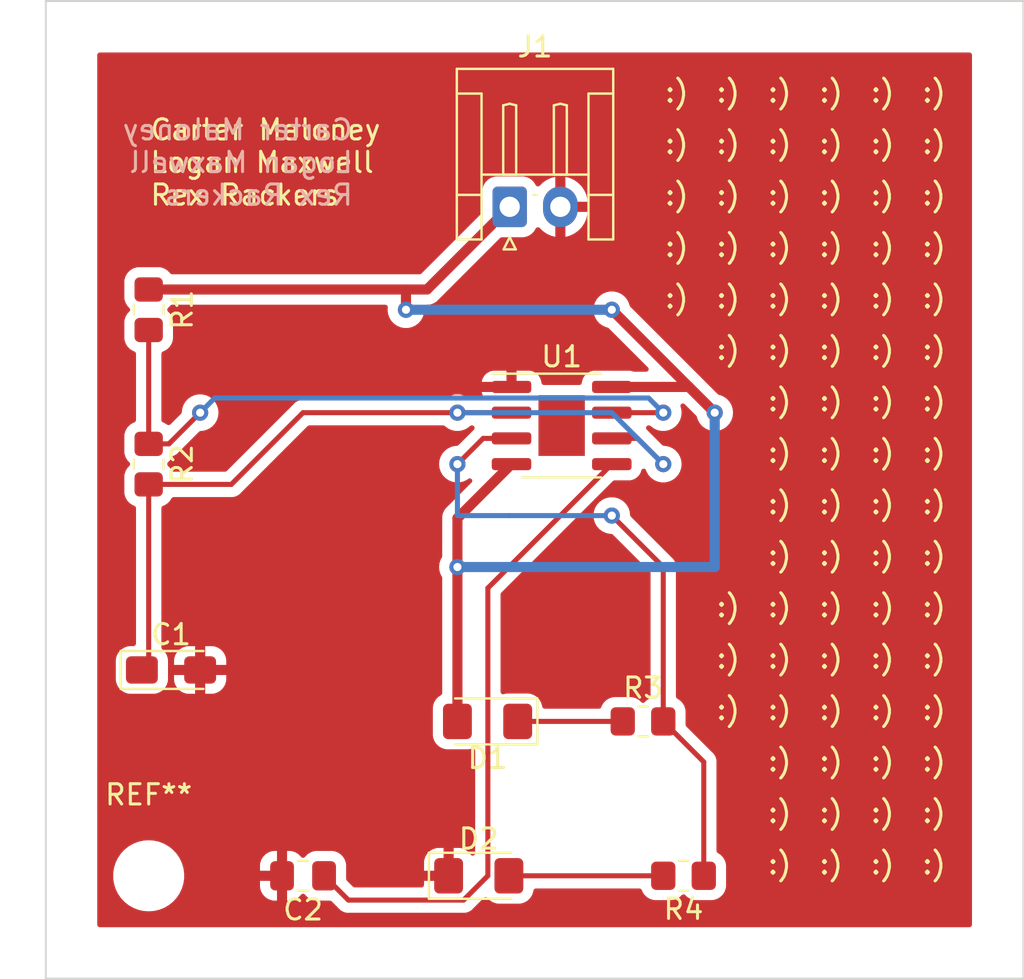
<source format=kicad_pcb>
(kicad_pcb (version 20221018) (generator pcbnew)
  (layers (0 "F.Cu" signal) (31 "B.Cu" signal) (34 "B.Paste" user) (35 "F.Paste" user) (36 "B.SilkS" user "B.Silkscreen") (37 "F.SilkS" user "F.Silkscreen") (38 "B.Mask" user) (39 "F.Mask" user) (44 "Edge.Cuts" user))
  (net 0 "")
  (net 1 "GND")
  (net 2 "/pin_2")
  (net 3 "/pin_3")
  (net 4 "+9V")
  (net 5 "Net-(U1-CV)")
  (net 6 "/pin_7")
  (net 7 "Net-(D1-K)")
  (net 8 "Net-(D2-A)")
  (footprint "Connector_JST:JST_EH_S2B-EH_1x02_P2.50mm_Horizontal" (layer "F.Cu") (at 86.4 71.12)
    (fp_text reference "J1" (at 1.25 -7.9) (layer "F.SilkS"))
    (fp_text value "~")
    (fp_line (start -2.61 -6.81) (end 5.11 -6.81) (stroke (width 0.12)) (layer "F.SilkS"))
    (fp_line (start -2.61 -5.59) (end -1.39 -5.59) (stroke (width 0.12)) (layer "F.SilkS"))
    (fp_line (start -2.61 1.61) (end -2.61 -6.81) (stroke (width 0.12)) (layer "F.SilkS"))
    (fp_line (start -1.39 -5.59) (end -1.39 -0.59) (stroke (width 0.12)) (layer "F.SilkS"))
    (fp_line (start -1.39 -1.59) (end 3.89 -1.59) (stroke (width 0.12)) (layer "F.SilkS"))
    (fp_line (start -1.39 -0.59) (end -2.61 -0.59) (stroke (width 0.12)) (layer "F.SilkS"))
    (fp_line (start -1.39 -0.59) (end -1.39 1.61) (stroke (width 0.12)) (layer "F.SilkS"))
    (fp_line (start -1.39 1.61) (end -2.61 1.61) (stroke (width 0.12)) (layer "F.SilkS"))
    (fp_line (start -0.32 -5.01) (end 0 -5.09) (stroke (width 0.12)) (layer "F.SilkS"))
    (fp_line (start -0.32 -1.59) (end -0.32 -5.01) (stroke (width 0.12)) (layer "F.SilkS"))
    (fp_line (start -0.3 2.1) (end 0.3 2.1) (stroke (width 0.12)) (layer "F.SilkS"))
    (fp_line (start 0 -5.09) (end 0.32 -5.01) (stroke (width 0.12)) (layer "F.SilkS"))
    (fp_line (start 0 -1.59) (end -0.32 -1.59) (stroke (width 0.12)) (layer "F.SilkS"))
    (fp_line (start 0 1.5) (end -0.3 2.1) (stroke (width 0.12)) (layer "F.SilkS"))
    (fp_line (start 0.3 2.1) (end 0 1.5) (stroke (width 0.12)) (layer "F.SilkS"))
    (fp_line (start 0.32 -5.01) (end 0.32 -1.59) (stroke (width 0.12)) (layer "F.SilkS"))
    (fp_line (start 0.32 -1.59) (end 0 -1.59) (stroke (width 0.12)) (layer "F.SilkS"))
    (fp_line (start 1.17 -0.59) (end 1.33 -0.59) (stroke (width 0.12)) (layer "F.SilkS"))
    (fp_line (start 2.18 -5.01) (end 2.5 -5.09) (stroke (width 0.12)) (layer "F.SilkS"))
    (fp_line (start 2.18 -1.59) (end 2.18 -5.01) (stroke (width 0.12)) (layer "F.SilkS"))
    (fp_line (start 2.5 -5.09) (end 2.82 -5.01) (stroke (width 0.12)) (layer "F.SilkS"))
    (fp_line (start 2.5 -1.59) (end 2.18 -1.59) (stroke (width 0.12)) (layer "F.SilkS"))
    (fp_line (start 2.82 -5.01) (end 2.82 -1.59) (stroke (width 0.12)) (layer "F.SilkS"))
    (fp_line (start 2.82 -1.59) (end 2.5 -1.59) (stroke (width 0.12)) (layer "F.SilkS"))
    (fp_line (start 3.89 -5.59) (end 3.89 -0.59) (stroke (width 0.12)) (layer "F.SilkS"))
    (fp_line (start 3.89 -0.59) (end 5.11 -0.59) (stroke (width 0.12)) (layer "F.SilkS"))
    (fp_line (start 3.89 1.61) (end 3.89 -0.59) (stroke (width 0.12)) (layer "F.SilkS"))
    (fp_line (start 5.11 -6.81) (end 5.11 1.61) (stroke (width 0.12)) (layer "F.SilkS"))
    (fp_line (start 5.11 -5.59) (end 3.89 -5.59) (stroke (width 0.12)) (layer "F.SilkS"))
    (fp_line (start 5.11 1.61) (end 3.89 1.61) (stroke (width 0.12)) (layer "F.SilkS"))
    (pad "1" thru_hole roundrect (at 0 0) (size 1.7 2) (drill 1) (layers "*.Cu" "*.Mask") (roundrect_rratio 0.1470588235) (net 4 "+9V"))
    (pad "2" thru_hole oval (at 2.5 0) (size 1.7 2) (drill 1) (layers "*.Cu" "*.Mask") (net 1 "GND"))
  )
  (footprint "Capacitor_Tantalum_SMD:CP_EIA-3216-18_Kemet-A_Pad1.58x1.35mm_HandSolder" (layer "F.Cu") (at 69.6825 93.98)
    (fp_text reference "C1" (at 0 -1.75) (layer "F.SilkS"))
    (fp_text value "10uF")
    (fp_line (start -2.485 -0.935) (end -2.485 0.935) (stroke (width 0.12)) (layer "F.SilkS"))
    (fp_line (start -2.485 0.935) (end 1.6 0.935) (stroke (width 0.12)) (layer "F.SilkS"))
    (fp_line (start 1.6 -0.935) (end -2.485 -0.935) (stroke (width 0.12)) (layer "F.SilkS"))
    (pad "1" smd roundrect (at -1.4375 0) (size 1.575 1.35) (layers "F.Cu" "F.Paste" "F.Mask") (roundrect_rratio 0.1851851852) (net 2 "/pin_2"))
    (pad "2" smd roundrect (at 1.4375 0) (size 1.575 1.35) (layers "F.Cu" "F.Paste" "F.Mask") (roundrect_rratio 0.1851851852) (net 1 "GND"))
  )
  (footprint "Package_SO:SOIC-8-1EP_3.9x4.9mm_P1.27mm_EP2.29x3mm" (layer "F.Cu") (at 88.965 81.915)
    (fp_text reference "U1" (at 0 -3.4) (layer "F.SilkS"))
    (fp_text value "~")
    (fp_line (start 0 -2.56) (end -3.45 -2.56) (stroke (width 0.12)) (layer "F.SilkS"))
    (fp_line (start 0 -2.56) (end 1.95 -2.56) (stroke (width 0.12)) (layer "F.SilkS"))
    (fp_line (start 0 2.56) (end -1.95 2.56) (stroke (width 0.12)) (layer "F.SilkS"))
    (fp_line (start 0 2.56) (end 1.95 2.56) (stroke (width 0.12)) (layer "F.SilkS"))
    (pad "1" smd roundrect (at -2.475 -1.905) (size 1.95 0.6) (layers "F.Cu" "F.Paste" "F.Mask") (net 1 "GND"))
    (pad "2" smd roundrect (at -2.475 -0.635) (size 1.95 0.6) (layers "F.Cu" "F.Paste" "F.Mask") (net 2 "/pin_2"))
    (pad "3" smd roundrect (at -2.475 0.635) (size 1.95 0.6) (layers "F.Cu" "F.Paste" "F.Mask") (net 3 "/pin_3"))
    (pad "4" smd roundrect (at -2.475 1.905) (size 1.95 0.6) (layers "F.Cu" "F.Paste" "F.Mask") (net 4 "+9V"))
    (pad "5" smd roundrect (at 2.475 1.905) (size 1.95 0.6) (layers "F.Cu" "F.Paste" "F.Mask") (net 5 "Net-(U1-CV)"))
    (pad "6" smd roundrect (at 2.475 0.635) (size 1.95 0.6) (layers "F.Cu" "F.Paste" "F.Mask") (net 2 "/pin_2"))
    (pad "7" smd roundrect (at 2.475 -0.635) (size 1.95 0.6) (layers "F.Cu" "F.Paste" "F.Mask") (net 6 "/pin_7"))
    (pad "8" smd roundrect (at 2.475 -1.905) (size 1.95 0.6) (layers "F.Cu" "F.Paste" "F.Mask") (net 4 "+9V"))
    (pad "9" smd rect (at 0 0) (size 2.29 3) (layers "F.Cu" "F.Mask"))
  )
  (footprint "Capacitor_SMD:C_0805_2012Metric_Pad1.18x1.45mm_HandSolder" (layer "F.Cu") (at 76.2 104.14 180)
    (fp_text reference "C2" (at 0 -1.68) (layer "F.SilkS"))
    (fp_text value "0.01uF")
    (fp_line (start -0.261252 -0.735) (end 0.261252 -0.735) (stroke (width 0.12)) (layer "F.SilkS"))
    (fp_line (start -0.261252 0.735) (end 0.261252 0.735) (stroke (width 0.12)) (layer "F.SilkS"))
    (pad "1" smd roundrect (at -1.0375 0 180) (size 1.175 1.45) (layers "F.Cu" "F.Paste" "F.Mask") (roundrect_rratio 0.2127659574) (net 5 "Net-(U1-CV)"))
    (pad "2" smd roundrect (at 1.0375 0 180) (size 1.175 1.45) (layers "F.Cu" "F.Paste" "F.Mask") (roundrect_rratio 0.2127659574) (net 1 "GND"))
  )
  (footprint "MountingHole:MountingHole_3mm" (layer "F.Cu") (at 68.58 104.14)
    (fp_text reference "REF**" (at 0 -4) (layer "F.SilkS"))
    (fp_text value "MountingHole_3mm")
    (pad "" np_thru_hole circle (at 0 0) (size 3 3) (drill 3) (layers "*.Cu" "*.Mask"))
  )
  (footprint "Resistor_SMD:R_0805_2012Metric_Pad1.20x1.40mm_HandSolder" (layer "F.Cu") (at 92.98 96.52)
    (fp_text reference "R3" (at 0 -1.65) (layer "F.SilkS"))
    (fp_text value "1k")
    (fp_line (start -0.227064 -0.735) (end 0.227064 -0.735) (stroke (width 0.12)) (layer "F.SilkS"))
    (fp_line (start -0.227064 0.735) (end 0.227064 0.735) (stroke (width 0.12)) (layer "F.SilkS"))
    (pad "1" smd roundrect (at -1 0) (size 1.2 1.4) (layers "F.Cu" "F.Paste" "F.Mask") (roundrect_rratio 0.2083333333) (net 7 "Net-(D1-K)"))
    (pad "2" smd roundrect (at 1 0) (size 1.2 1.4) (layers "F.Cu" "F.Paste" "F.Mask") (roundrect_rratio 0.2083333333) (net 3 "/pin_3"))
  )
  (footprint "Resistor_SMD:R_0805_2012Metric_Pad1.20x1.40mm_HandSolder" (layer "F.Cu") (at 94.98 104.14 180)
    (fp_text reference "R4" (at 0 -1.65) (layer "F.SilkS"))
    (fp_text value "1k")
    (fp_line (start -0.227064 -0.735) (end 0.227064 -0.735) (stroke (width 0.12)) (layer "F.SilkS"))
    (fp_line (start -0.227064 0.735) (end 0.227064 0.735) (stroke (width 0.12)) (layer "F.SilkS"))
    (pad "1" smd roundrect (at -1 0 180) (size 1.2 1.4) (layers "F.Cu" "F.Paste" "F.Mask") (roundrect_rratio 0.2083333333) (net 3 "/pin_3"))
    (pad "2" smd roundrect (at 1 0 180) (size 1.2 1.4) (layers "F.Cu" "F.Paste" "F.Mask") (roundrect_rratio 0.2083333333) (net 8 "Net-(D2-A)"))
  )
  (footprint "Resistor_SMD:R_0805_2012Metric_Pad1.20x1.40mm_HandSolder" (layer "F.Cu") (at 68.58 83.82 -90)
    (fp_text reference "R2" (at 0 -1.65 90) (layer "F.SilkS"))
    (fp_text value "10k")
    (fp_line (start -0.227064 -0.735) (end 0.227064 -0.735) (stroke (width 0.12)) (layer "F.SilkS"))
    (fp_line (start -0.227064 0.735) (end 0.227064 0.735) (stroke (width 0.12)) (layer "F.SilkS"))
    (pad "1" smd roundrect (at -1 0 270) (size 1.2 1.4) (layers "F.Cu" "F.Paste" "F.Mask") (roundrect_rratio 0.2083333333) (net 6 "/pin_7"))
    (pad "2" smd roundrect (at 1 0 270) (size 1.2 1.4) (layers "F.Cu" "F.Paste" "F.Mask") (roundrect_rratio 0.2083333333) (net 2 "/pin_2"))
  )
  (footprint "LED_SMD:LED_1206_3216Metric_Pad1.42x1.75mm_HandSolder" (layer "F.Cu") (at 84.8725 104.14)
    (fp_text reference "D2" (at 0 -1.82) (layer "F.SilkS"))
    (fp_text value "LED")
    (fp_line (start -2.46 -1.135) (end -2.46 1.135) (stroke (width 0.12)) (layer "F.SilkS"))
    (fp_line (start -2.46 1.135) (end 1.6 1.135) (stroke (width 0.12)) (layer "F.SilkS"))
    (fp_line (start 1.6 -1.135) (end -2.46 -1.135) (stroke (width 0.12)) (layer "F.SilkS"))
    (pad "1" smd roundrect (at -1.4875 0) (size 1.425 1.75) (layers "F.Cu" "F.Paste" "F.Mask") (roundrect_rratio 0.1754392982) (net 1 "GND"))
    (pad "2" smd roundrect (at 1.4875 0) (size 1.425 1.75) (layers "F.Cu" "F.Paste" "F.Mask") (roundrect_rratio 0.1754392982) (net 8 "Net-(D2-A)"))
  )
  (footprint "LED_SMD:LED_1206_3216Metric_Pad1.42x1.75mm_HandSolder" (layer "F.Cu") (at 85.3075 96.52 180)
    (fp_text reference "D1" (at 0 -1.82) (layer "F.SilkS"))
    (fp_text value "LED")
    (fp_line (start -2.46 -1.135) (end -2.46 1.135) (stroke (width 0.12)) (layer "F.SilkS"))
    (fp_line (start -2.46 1.135) (end 1.6 1.135) (stroke (width 0.12)) (layer "F.SilkS"))
    (fp_line (start 1.6 -1.135) (end -2.46 -1.135) (stroke (width 0.12)) (layer "F.SilkS"))
    (pad "1" smd roundrect (at -1.4875 0 180) (size 1.425 1.75) (layers "F.Cu" "F.Paste" "F.Mask") (roundrect_rratio 0.1754392982) (net 7 "Net-(D1-K)"))
    (pad "2" smd roundrect (at 1.4875 0 180) (size 1.425 1.75) (layers "F.Cu" "F.Paste" "F.Mask") (roundrect_rratio 0.1754392982) (net 4 "+9V"))
  )
  (footprint "Resistor_SMD:R_0805_2012Metric_Pad1.20x1.40mm_HandSolder" (layer "F.Cu") (at 68.58 76.2 -90)
    (fp_text reference "R1" (at 0 -1.65 90) (layer "F.SilkS"))
    (fp_text value "1k")
    (fp_line (start -0.227064 -0.735) (end 0.227064 -0.735) (stroke (width 0.12)) (layer "F.SilkS"))
    (fp_line (start -0.227064 0.735) (end 0.227064 0.735) (stroke (width 0.12)) (layer "F.SilkS"))
    (pad "1" smd roundrect (at -1 0 270) (size 1.2 1.4) (layers "F.Cu" "F.Paste" "F.Mask") (roundrect_rratio 0.2083333333) (net 4 "+9V"))
    (pad "2" smd roundrect (at 1 0 270) (size 1.2 1.4) (layers "F.Cu" "F.Paste" "F.Mask") (roundrect_rratio 0.2083333333) (net 6 "/pin_7"))
  )
  (gr_rect (start 63.5 60.96) (end 111.76 109.22) (stroke (width 0.1)) (fill none) (layer "Edge.Cuts"))
  (gr_text "Carter Maloney\nLogan Maxwell\nRex Rackers" (at 78.74 71.12) (layer "B.SilkS") (effects (font (size 1 1)) (justify left bottom mirror)))
  (gr_text ":)" (at 96.52 71.12) (layer "F.SilkS") (effects (font (size 1 1)) (justify left bottom)))
  (gr_text ":)" (at 101.6 91.44) (layer "F.SilkS") (effects (font (size 1 1)) (justify left bottom)))
  (gr_text ":)" (at 106.68 101.6) (layer "F.SilkS") (effects (font (size 1 1)) (justify left bottom)))
  (gr_text ":)" (at 99.06 99.06) (layer "F.SilkS") (effects (font (size 1 1)) (justify left bottom)))
  (gr_text ":)" (at 106.68 88.9) (layer "F.SilkS") (effects (font (size 1 1)) (justify left bottom)))
  (gr_text ":)" (at 101.6 73.66) (layer "F.SilkS") (effects (font (size 1 1)) (justify left bottom)))
  (gr_text ":)" (at 99.06 73.66) (layer "F.SilkS") (effects (font (size 1 1)) (justify left bottom)))
  (gr_text ":)" (at 104.14 78.74) (layer "F.SilkS") (effects (font (size 1 1)) (justify left bottom)))
  (gr_text ":)" (at 93.98 76.2) (layer "F.SilkS") (effects (font (size 1 1)) (justify left bottom)))
  (gr_text ":)" (at 101.6 99.06) (layer "F.SilkS") (effects (font (size 1 1)) (justify left bottom)))
  (gr_text ":)" (at 99.06 104.14) (layer "F.SilkS") (effects (font (size 1 1)) (justify left bottom)))
  (gr_text ":)" (at 106.68 76.2) (layer "F.SilkS") (effects (font (size 1 1)) (justify left bottom)))
  (gr_text ":)" (at 106.68 86.36) (layer "F.SilkS") (effects (font (size 1 1)) (justify left bottom)))
  (gr_text ":)" (at 101.6 66.04) (layer "F.SilkS") (effects (font (size 1 1)) (justify left bottom)))
  (gr_text ":)" (at 99.06 66.04) (layer "F.SilkS") (effects (font (size 1 1)) (justify left bottom)))
  (gr_text ":)" (at 101.6 86.36) (layer "F.SilkS") (effects (font (size 1 1)) (justify left bottom)))
  (gr_text ":)" (at 104.14 76.2) (layer "F.SilkS") (effects (font (size 1 1)) (justify left bottom)))
  (gr_text ":)" (at 101.6 68.58) (layer "F.SilkS") (effects (font (size 1 1)) (justify left bottom)))
  (gr_text ":)" (at 104.14 86.36) (layer "F.SilkS") (effects (font (size 1 1)) (justify left bottom)))
  (gr_text ":)" (at 101.6 93.98) (layer "F.SilkS") (effects (font (size 1 1)) (justify left bottom)))
  (gr_text ":)" (at 104.14 96.52) (layer "F.SilkS") (effects (font (size 1 1)) (justify left bottom)))
  (gr_text ":)" (at 101.6 83.82) (layer "F.SilkS") (effects (font (size 1 1)) (justify left bottom)))
  (gr_text ":)" (at 106.68 71.12) (layer "F.SilkS") (effects (font (size 1 1)) (justify left bottom)))
  (gr_text ":)" (at 104.14 101.6) (layer "F.SilkS") (effects (font (size 1 1)) (justify left bottom)))
  (gr_text ":)" (at 99.06 81.28) (layer "F.SilkS") (effects (font (size 1 1)) (justify left bottom)))
  (gr_text "Carter Maloney\nLogan Maxwell\nRex Rackers" (at 68.58 71.12) (layer "F.SilkS") (effects (font (size 1 1)) (justify left bottom)))
  (gr_text ":)" (at 106.68 68.58) (layer "F.SilkS") (effects (font (size 1 1)) (justify left bottom)))
  (gr_text ":)" (at 99.06 68.58) (layer "F.SilkS") (effects (font (size 1 1)) (justify left bottom)))
  (gr_text ":)" (at 104.14 73.66) (layer "F.SilkS") (effects (font (size 1 1)) (justify left bottom)))
  (gr_text ":)" (at 106.68 104.14) (layer "F.SilkS") (effects (font (size 1 1)) (justify left bottom)))
  (gr_text ":)" (at 101.6 76.2) (layer "F.SilkS") (effects (font (size 1 1)) (justify left bottom)))
  (gr_text ":)" (at 101.6 81.28) (layer "F.SilkS") (effects (font (size 1 1)) (justify left bottom)))
  (gr_text ":)" (at 104.14 88.9) (layer "F.SilkS") (effects (font (size 1 1)) (justify left bottom)))
  (gr_text ":)" (at 104.14 71.12) (layer "F.SilkS") (effects (font (size 1 1)) (justify left bottom)))
  (gr_text ":)" (at 101.6 96.52) (layer "F.SilkS") (effects (font (size 1 1)) (justify left bottom)))
  (gr_text ":)" (at 99.06 91.44) (layer "F.SilkS") (effects (font (size 1 1)) (justify left bottom)))
  (gr_text ":)" (at 106.68 78.74) (layer "F.SilkS") (effects (font (size 1 1)) (justify left bottom)))
  (gr_text ":)" (at 106.68 73.66) (layer "F.SilkS") (effects (font (size 1 1)) (justify left bottom)))
  (gr_text ":)" (at 96.52 78.74) (layer "F.SilkS") (effects (font (size 1 1)) (justify left bottom)))
  (gr_text ":)" (at 96.52 73.66) (layer "F.SilkS") (effects (font (size 1 1)) (justify left bottom)))
  (gr_text ":)" (at 93.98 73.66) (layer "F.SilkS") (effects (font (size 1 1)) (justify left bottom)))
  (gr_text ":)" (at 104.14 68.58) (layer "F.SilkS") (effects (font (size 1 1)) (justify left bottom)))
  (gr_text ":)" (at 106.68 96.52) (layer "F.SilkS") (effects (font (size 1 1)) (justify left bottom)))
  (gr_text ":)" (at 96.52 96.52) (layer "F.SilkS") (effects (font (size 1 1)) (justify left bottom)))
  (gr_text ":)" (at 101.6 78.74) (layer "F.SilkS") (effects (font (size 1 1)) (justify left bottom)))
  (gr_text ":)" (at 93.98 66.04) (layer "F.SilkS") (effects (font (size 1 1)) (justify left bottom)))
  (gr_text ":)" (at 101.6 88.9) (layer "F.SilkS") (effects (font (size 1 1)) (justify left bottom)))
  (gr_text ":)" (at 99.06 101.6) (layer "F.SilkS") (effects (font (size 1 1)) (justify left bottom)))
  (gr_text ":)" (at 101.6 104.14) (layer "F.SilkS") (effects (font (size 1 1)) (justify left bottom)))
  (gr_text ":)" (at 99.06 71.12) (layer "F.SilkS") (effects (font (size 1 1)) (justify left bottom)))
  (gr_text ":)" (at 96.52 66.04) (layer "F.SilkS") (effects (font (size 1 1)) (justify left bottom)))
  (gr_text ":)" (at 101.6 71.12) (layer "F.SilkS") (effects (font (size 1 1)) (justify left bottom)))
  (gr_text ":)" (at 104.14 104.14) (layer "F.SilkS") (effects (font (size 1 1)) (justify left bottom)))
  (gr_text ":)" (at 96.52 93.98) (layer "F.SilkS") (effects (font (size 1 1)) (justify left bottom)))
  (gr_text ":)" (at 104.14 66.04) (layer "F.SilkS") (effects (font (size 1 1)) (justify left bottom)))
  (gr_text ":)" (at 104.14 93.98) (layer "F.SilkS") (effects (font (size 1 1)) (justify left bottom)))
  (gr_text ":)" (at 99.06 93.98) (layer "F.SilkS") (effects (font (size 1 1)) (justify left bottom)))
  (gr_text ":)" (at 93.98 68.58) (layer "F.SilkS") (effects (font (size 1 1)) (justify left bottom)))
  (gr_text ":)" (at 106.68 91.44) (layer "F.SilkS") (effects (font (size 1 1)) (justify left bottom)))
  (gr_text ":)" (at 104.14 81.28) (layer "F.SilkS") (effects (font (size 1 1)) (justify left bottom)))
  (gr_text ":)" (at 99.06 88.9) (layer "F.SilkS") (effects (font (size 1 1)) (justify left bottom)))
  (gr_text ":)" (at 96.52 68.58) (layer "F.SilkS") (effects (font (size 1 1)) (justify left bottom)))
  (gr_text ":)" (at 106.68 83.82) (layer "F.SilkS") (effects (font (size 1 1)) (justify left bottom)))
  (gr_text ":)" (at 101.6 101.6) (layer "F.SilkS") (effects (font (size 1 1)) (justify left bottom)))
  (gr_text ":)" (at 106.68 81.28) (layer "F.SilkS") (effects (font (size 1 1)) (justify left bottom)))
  (gr_text ":)" (at 99.06 78.74) (layer "F.SilkS") (effects (font (size 1 1)) (justify left bottom)))
  (gr_text ":)" (at 106.68 93.98) (layer "F.SilkS") (effects (font (size 1 1)) (justify left bottom)))
  (gr_text ":)" (at 106.68 66.04) (layer "F.SilkS") (effects (font (size 1 1)) (justify left bottom)))
  (gr_text ":)" (at 104.14 91.44) (layer "F.SilkS") (effects (font (size 1 1)) (justify left bottom)))
  (gr_text ":)" (at 99.06 86.36) (layer "F.SilkS") (effects (font (size 1 1)) (justify left bottom)))
  (gr_text ":)" (at 96.52 76.2) (layer "F.SilkS") (effects (font (size 1 1)) (justify left bottom)))
  (gr_text ":)" (at 99.06 96.52) (layer "F.SilkS") (effects (font (size 1 1)) (justify left bottom)))
  (gr_text ":)" (at 93.98 71.12) (layer "F.SilkS") (effects (font (size 1 1)) (justify left bottom)))
  (gr_text ":)" (at 104.14 99.06) (layer "F.SilkS") (effects (font (size 1 1)) (justify left bottom)))
  (gr_text ":)" (at 99.06 83.82) (layer "F.SilkS") (effects (font (size 1 1)) (justify left bottom)))
  (gr_text ":)" (at 96.52 91.44) (layer "F.SilkS") (effects (font (size 1 1)) (justify left bottom)))
  (gr_text ":)" (at 99.06 76.2) (layer "F.SilkS") (effects (font (size 1 1)) (justify left bottom)))
  (gr_text ":)" (at 106.68 99.06) (layer "F.SilkS") (effects (font (size 1 1)) (justify left bottom)))
  (gr_text ":)" (at 104.14 83.82) (layer "F.SilkS") (effects (font (size 1 1)) (justify left bottom)))
  (segment (start 92.71 82.55) (end 91.44 82.55) (width 0.25) (layer "F.Cu") (net 2))
  (segment (start 68.58 93.645) (end 68.245 93.98) (width 0.25) (layer "F.Cu") (net 2))
  (segment (start 68.58 84.82) (end 72.66 84.82) (width 0.25) (layer "F.Cu") (net 2))
  (segment (start 83.82 81.28) (end 76.2 81.28) (width 0.25) (layer "F.Cu") (net 2))
  (segment (start 93.98 83.82) (end 92.71 82.55) (width 0.25) (layer "F.Cu") (net 2))
  (segment (start 86.49 81.28) (end 83.82 81.28) (width 0.25) (layer "F.Cu") (net 2))
  (segment (start 76.2 81.28) (end 72.66 84.82) (width 0.25) (layer "F.Cu") (net 2))
  (segment (start 68.58 84.82) (end 68.58 93.645) (width 0.25) (layer "F.Cu") (net 2))
  (via (at 93.98 83.82) (size 0.8) (drill 0.4) (layers "F.Cu" "B.Cu") (net 2))
  (via (at 83.82 81.28) (size 0.8) (drill 0.4) (layers "F.Cu" "B.Cu") (net 2))
  (segment (start 91.44 81.28) (end 93.98 83.82) (width 0.25) (layer "B.Cu") (net 2))
  (segment (start 91.44 81.28) (end 83.82 81.28) (width 0.25) (layer "B.Cu") (net 2))
  (segment (start 83.82 83.82) (end 85.09 82.55) (width 0.25) (layer "F.Cu") (net 3))
  (segment (start 93.98 88.9) (end 91.44 86.36) (width 0.25) (layer "F.Cu") (net 3))
  (segment (start 95.98 104.14) (end 95.98 98.52) (width 0.25) (layer "F.Cu") (net 3))
  (segment (start 85.09 82.55) (end 86.49 82.55) (width 0.25) (layer "F.Cu") (net 3))
  (segment (start 93.98 96.52) (end 93.98 88.9) (width 0.25) (layer "F.Cu") (net 3))
  (segment (start 95.98 98.52) (end 93.98 96.52) (width 0.25) (layer "F.Cu") (net 3))
  (via (at 83.82 83.82) (size 0.8) (drill 0.4) (layers "F.Cu" "B.Cu") (net 3))
  (via (at 91.44 86.36) (size 0.8) (drill 0.4) (layers "F.Cu" "B.Cu") (net 3))
  (segment (start 91.44 86.36) (end 86.36 86.36) (width 0.25) (layer "B.Cu") (net 3))
  (segment (start 86.36 86.36) (end 83.82 86.36) (width 0.25) (layer "B.Cu") (net 3))
  (segment (start 83.82 86.36) (end 83.82 83.82) (width 0.25) (layer "B.Cu") (net 3))
  (segment (start 68.58 75.2) (end 81.28 75.2) (width 0.5) (layer "F.Cu") (net 4))
  (segment (start 81.28 76.2) (end 81.28 75.2) (width 0.5) (layer "F.Cu") (net 4))
  (segment (start 83.82 86.49) (end 86.49 83.82) (width 0.5) (layer "F.Cu") (net 4))
  (segment (start 81.28 75.2) (end 82.32 75.2) (width 0.5) (layer "F.Cu") (net 4))
  (segment (start 96.52 81.28) (end 91.44 76.2) (width 0.5) (layer "F.Cu") (net 4))
  (segment (start 96.52 81.28) (end 95.25 80.01) (width 0.5) (layer "F.Cu") (net 4))
  (segment (start 83.82 96.52) (end 83.82 88.9) (width 0.5) (layer "F.Cu") (net 4))
  (segment (start 83.82 88.9) (end 83.82 86.49) (width 0.5) (layer "F.Cu") (net 4))
  (segment (start 82.32 75.2) (end 86.4 71.12) (width 0.5) (layer "F.Cu") (net 4))
  (segment (start 95.25 80.01) (end 91.44 80.01) (width 0.5) (layer "F.Cu") (net 4))
  (via (at 81.28 76.2) (size 0.8) (drill 0.4) (layers "F.Cu" "B.Cu") (net 4))
  (via (at 91.44 76.2) (size 0.8) (drill 0.4) (layers "F.Cu" "B.Cu") (net 4))
  (via (at 83.82 88.9) (size 0.8) (drill 0.4) (layers "F.Cu" "B.Cu") (net 4))
  (via (at 96.52 81.28) (size 0.8) (drill 0.4) (layers "F.Cu" "B.Cu") (net 4))
  (segment (start 91.44 76.2) (end 81.28 76.2) (width 0.5) (layer "B.Cu") (net 4))
  (segment (start 83.82 88.9) (end 96.52 88.9) (width 0.5) (layer "B.Cu") (net 4))
  (segment (start 96.52 88.9) (end 96.52 81.28) (width 0.5) (layer "B.Cu") (net 4))
  (segment (start 77.2375 104.14) (end 78.4375 105.34) (width 0.25) (layer "F.Cu") (net 5))
  (segment (start 78.4375 105.34) (end 84.1225 105.34) (width 0.25) (layer "F.Cu") (net 5))
  (segment (start 84.1225 105.34) (end 85.3225 104.14) (width 0.25) (layer "F.Cu") (net 5))
  (segment (start 85.3225 89.9375) (end 91.44 83.82) (width 0.25) (layer "F.Cu") (net 5))
  (segment (start 85.3225 104.14) (end 85.3225 89.9375) (width 0.25) (layer "F.Cu") (net 5))
  (segment (start 69.58 82.82) (end 68.58 82.82) (width 0.25) (layer "F.Cu") (net 6))
  (segment (start 91.44 81.28) (end 93.98 81.28) (width 0.25) (layer "F.Cu") (net 6))
  (segment (start 68.58 77.2) (end 68.58 82.82) (width 0.25) (layer "F.Cu") (net 6))
  (segment (start 71.12 81.28) (end 69.58 82.82) (width 0.25) (layer "F.Cu") (net 6))
  (via (at 71.12 81.28) (size 0.8) (drill 0.4) (layers "F.Cu" "B.Cu") (net 6))
  (via (at 93.98 81.28) (size 0.8) (drill 0.4) (layers "F.Cu" "B.Cu") (net 6))
  (segment (start 93.255 80.555) (end 71.845 80.555) (width 0.25) (layer "B.Cu") (net 6))
  (segment (start 93.98 81.28) (end 93.255 80.555) (width 0.25) (layer "B.Cu") (net 6))
  (segment (start 71.845 80.555) (end 71.12 81.28) (width 0.25) (layer "B.Cu") (net 6))
  (segment (start 86.795 96.52) (end 91.98 96.52) (width 0.25) (layer "F.Cu") (net 7))
  (segment (start 86.36 104.14) (end 93.98 104.14) (width 0.25) (layer "F.Cu") (net 8))
  (zone (net 1) (net_name "GND") (layer "F.Cu") (connect_pads (clearance 0.5)) (min_thickness 0.25) (fill yes (thermal_gap 0.5) (thermal_bridge_width 0.5))
    (polygon (pts (xy 66.04 63.5) (xy 109.22 63.5) (xy 109.22 106.68) (xy 66.04 106.68)))
  )
)
</source>
